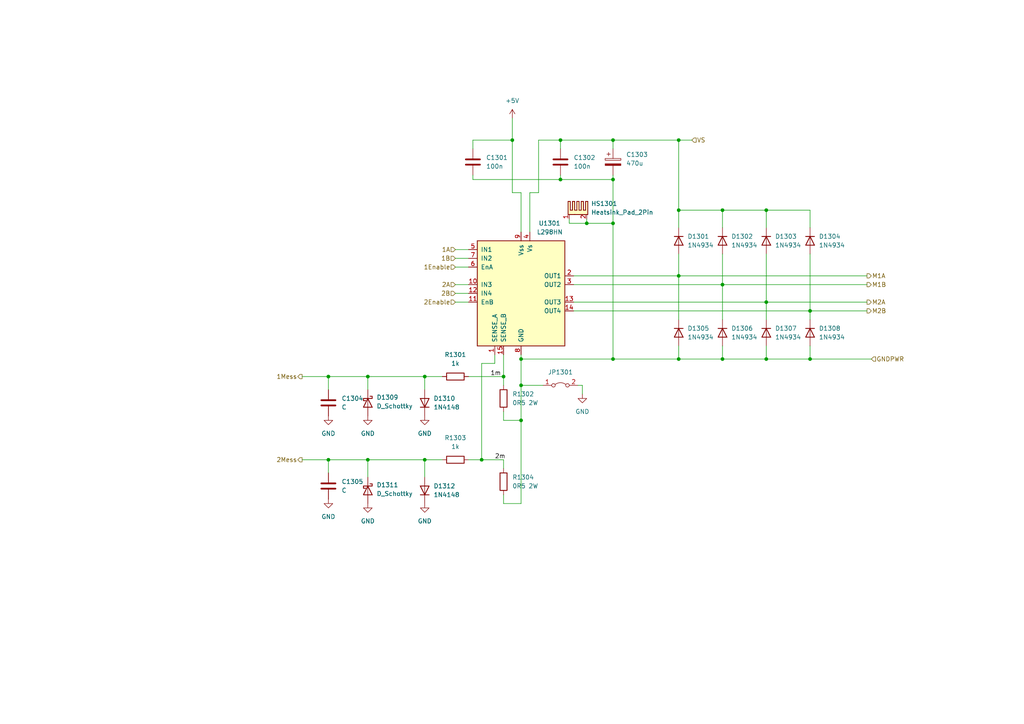
<source format=kicad_sch>
(kicad_sch (version 20211123) (generator eeschema)
  (paper "A4")
  (title_block (date "2022-03-14") (company "makerspace Bocholt"))
  (lib_symbols
    (symbol "Device:C" (pin_numbers hide) (pin_names (offset 0.254))
      (property "Reference" "C" (at 0.635 2.54 0))
      (property "Value" "C" (at 0.635 -2.54 0))
      (symbol "C_0_1"
        (polyline (pts (xy -2.032 -0.762) (xy 2.032 -0.762)) (stroke (width 0.508)))
        (polyline (pts (xy -2.032 0.762) (xy 2.032 0.762)) (stroke (width 0.508)))
      )
      (symbol "C_1_1"
        (pin passive line (at 0 3.81 270) (length 2.794) (name "~") (number "1"))
        (pin passive line (at 0 -3.81 90) (length 2.794) (name "~") (number "2"))
      )
    )
    (symbol "Device:C_Polarized" (pin_numbers hide) (pin_names (offset 0.254))
      (property "Reference" "C" (at 0.635 2.54 0))
      (property "Value" "C_Polarized" (at 0.635 -2.54 0))
      (symbol "C_Polarized_0_1"
        (rectangle (start -2.286 0.508) (end 2.286 1.016))
        (polyline (pts (xy -1.778 2.286) (xy -0.762 2.286)))
        (polyline (pts (xy -1.27 2.794) (xy -1.27 1.778)))
        (rectangle (start 2.286 -0.508) (end -2.286 -1.016) (fill (type outline)))
      )
      (symbol "C_Polarized_1_1"
        (pin passive line (at 0 3.81 270) (length 2.794) (name "~") (number "1"))
        (pin passive line (at 0 -3.81 90) (length 2.794) (name "~") (number "2"))
      )
    )
    (symbol "Device:D_Schottky" (pin_numbers hide) (pin_names (offset 1.016) hide)
      (property "Reference" "D" (at 0 2.54 0))
      (property "Value" "D_Schottky" (at 0 -2.54 0))
      (symbol "D_Schottky_0_1"
        (polyline (pts (xy 1.27 0) (xy -1.27 0)))
        (polyline (pts (xy 1.27 1.27) (xy 1.27 -1.27) (xy -1.27 0) (xy 1.27 1.27)) (stroke (width 0.254)))
        (polyline (pts (xy -1.905 0.635) (xy -1.905 1.27) (xy -1.27 1.27) (xy -1.27 -1.27) (xy -0.635 -1.27) (xy -0.635 -0.635)) (stroke (width 0.254)))
      )
      (symbol "D_Schottky_1_1"
        (pin passive line (at -3.81 0 0) (length 2.54) (name "K") (number "1"))
        (pin passive line (at 3.81 0 180) (length 2.54) (name "A") (number "2"))
      )
    )
    (symbol "Device:R" (pin_numbers hide) (pin_names (offset 0))
      (property "Reference" "R" (at 2.032 0 90))
      (property "Value" "R" (at 0 0 90))
      (symbol "R_0_1"
        (rectangle (start -1.016 -2.54) (end 1.016 2.54) (stroke (width 0.254)))
      )
      (symbol "R_1_1"
        (pin passive line (at 0 3.81 270) (length 1.27) (name "~") (number "1"))
        (pin passive line (at 0 -3.81 90) (length 1.27) (name "~") (number "2"))
      )
    )
    (symbol "Diode:1N4002" (pin_numbers hide) (pin_names (offset 1.016) hide)
      (property "Reference" "D" (at 0 2.54 0))
      (property "Value" "1N4002" (at 0 -2.54 0))
      (symbol "1N4002_0_1"
        (polyline (pts (xy -1.27 1.27) (xy -1.27 -1.27)) (stroke (width 0.254)))
        (polyline (pts (xy 1.27 0) (xy -1.27 0)))
        (polyline (pts (xy 1.27 1.27) (xy 1.27 -1.27) (xy -1.27 0) (xy 1.27 1.27)) (stroke (width 0.254)))
      )
      (symbol "1N4002_1_1"
        (pin passive line (at -3.81 0 0) (length 2.54) (name "K") (number "1"))
        (pin passive line (at 3.81 0 180) (length 2.54) (name "A") (number "2"))
      )
    )
    (symbol "Diode:1N4148" (pin_numbers hide) (pin_names (offset 1.016) hide)
      (property "Reference" "D" (at 0 2.54 0))
      (property "Value" "1N4148" (at 0 -2.54 0))
      (symbol "1N4148_0_1"
        (polyline (pts (xy -1.27 1.27) (xy -1.27 -1.27)) (stroke (width 0.254)))
        (polyline (pts (xy 1.27 0) (xy -1.27 0)))
        (polyline (pts (xy 1.27 1.27) (xy 1.27 -1.27) (xy -1.27 0) (xy 1.27 1.27)) (stroke (width 0.254)))
      )
      (symbol "1N4148_1_1"
        (pin passive line (at -3.81 0 0) (length 2.54) (name "K") (number "1"))
        (pin passive line (at 3.81 0 180) (length 2.54) (name "A") (number "2"))
      )
    )
    (symbol "Driver_Motor:L298HN" (pin_names (offset 1.016))
      (property "Reference" "U" (at -10.16 16.51 0))
      (property "Value" "L298HN" (at 12.7 16.51 0))
      (symbol "L298HN_0_1"
        (rectangle (start -12.7 15.24) (end 12.7 -15.24) (stroke (width 0.254)) (fill (type background)))
      )
      (symbol "L298HN_1_1"
        (pin power_in line (at -7.62 -17.78 90) (length 2.54) (name "SENSE_A") (number "1"))
        (pin input line (at -15.24 2.54 0) (length 2.54) (name "IN3") (number "10"))
        (pin input line (at -15.24 -2.54 0) (length 2.54) (name "EnB") (number "11"))
        (pin input line (at -15.24 0 0) (length 2.54) (name "IN4") (number "12"))
        (pin output line (at 15.24 -2.54 180) (length 2.54) (name "OUT3") (number "13"))
        (pin output line (at 15.24 -5.08 180) (length 2.54) (name "OUT4") (number "14"))
        (pin power_in line (at -5.08 -17.78 90) (length 2.54) (name "SENSE_B") (number "15"))
        (pin output line (at 15.24 5.08 180) (length 2.54) (name "OUT1") (number "2"))
        (pin output line (at 15.24 2.54 180) (length 2.54) (name "OUT2") (number "3"))
        (pin power_in line (at 2.54 17.78 270) (length 2.54) (name "Vs") (number "4"))
        (pin input line (at -15.24 12.7 0) (length 2.54) (name "IN1") (number "5"))
        (pin input line (at -15.24 7.62 0) (length 2.54) (name "EnA") (number "6"))
        (pin input line (at -15.24 10.16 0) (length 2.54) (name "IN2") (number "7"))
        (pin power_in line (at 0 -17.78 90) (length 2.54) (name "GND") (number "8"))
        (pin power_in line (at 0 17.78 270) (length 2.54) (name "Vss") (number "9"))
      )
    )
    (symbol "Jumper:Jumper_2_Bridged" (pin_names (offset 0) hide)
      (property "Reference" "JP" (at 0 1.905 0))
      (property "Value" "Jumper_2_Bridged" (at 0 -2.54 0))
      (symbol "Jumper_2_Bridged_0_0"
        (circle (center -2.032 0) (radius 0.508))
        (circle (center 2.032 0) (radius 0.508))
      )
      (symbol "Jumper_2_Bridged_0_1"
        (arc (start 1.524 0.254) (mid 0 0.762) (end -1.524 0.254))
      )
      (symbol "Jumper_2_Bridged_1_1"
        (pin passive line (at -5.08 0 0) (length 2.54) (name "A") (number "1"))
        (pin passive line (at 5.08 0 180) (length 2.54) (name "B") (number "2"))
      )
    )
    (symbol "Mechanical:Heatsink_Pad_2Pin" (pin_names (offset 0))
      (property "Reference" "HS" (at 0 5.715 0))
      (property "Value" "Heatsink_Pad_2Pin" (at 0 3.81 0))
      (symbol "Heatsink_Pad_2Pin_0_1"
        (polyline (pts (xy -0.3302 0) (xy -0.9652 0) (xy -0.9652 2.54) (xy -1.6002 2.54) (xy -1.6002 0) (xy -2.2352 0) (xy -2.2352 2.54) (xy -2.8702 2.54) (xy -2.8702 -1.27) (xy -0.9652 -1.27)) (stroke (width 0.254)) (fill (type background)))
        (polyline (pts (xy -0.3302 0) (xy -0.3302 2.54) (xy 0.3048 2.54) (xy 0.3048 0) (xy 0.9398 0) (xy 0.9398 2.54) (xy 1.5748 2.54) (xy 1.5748 0) (xy 2.2098 0) (xy 2.2098 2.54) (xy 2.8448 2.54) (xy 2.8448 -1.27) (xy -0.9652 -1.27)) (stroke (width 0.254)) (fill (type background)))
      )
      (symbol "Heatsink_Pad_2Pin_1_1"
        (pin passive line (at -2.54 -2.54 90) (length 1.27) (name "~") (number "1"))
        (pin passive line (at 2.54 -2.54 90) (length 1.27) (name "~") (number "2"))
      )
    )
    (symbol "power:+5V" (power) (pin_names (offset 0))
      (property "Value" "+5V" (at 0 3.556 0))
      (symbol "+5V_0_1"
        (polyline (pts (xy -0.762 1.27) (xy 0 2.54)))
        (polyline (pts (xy 0 0) (xy 0 2.54)))
        (polyline (pts (xy 0 2.54) (xy 0.762 1.27)))
      )
      (symbol "+5V_1_1"
        (pin power_in line (at 0 0 90) (length 0) hide (name "+5V") (number "1"))
      )
    )
    (symbol "power:GND" (power) (pin_names (offset 0))
      (property "Value" "GND" (at 0 -3.81 0))
      (symbol "GND_0_1"
        (polyline (pts (xy 0 0) (xy 0 -1.27) (xy 1.27 -1.27) (xy 0 -2.54) (xy -1.27 -1.27) (xy 0 -1.27)))
      )
      (symbol "GND_1_1"
        (pin power_in line (at 0 0 270) (length 0) hide (name "GND") (number "1"))
      )
    )
  )
  (junction (at 177.8 64.77))
  (junction (at 170.18 64.77))
  (junction (at 177.8 104.14))
  (junction (at 196.85 40.64))
  (junction (at 209.55 104.14))
  (junction (at 177.8 52.07))
  (junction (at 209.55 60.96))
  (junction (at 234.95 104.14))
  (junction (at 95.25 133.35))
  (junction (at 106.68 133.35))
  (junction (at 95.25 109.22))
  (junction (at 196.85 60.96))
  (junction (at 139.7 133.35))
  (junction (at 222.25 60.96))
  (junction (at 123.19 133.35))
  (junction (at 162.56 40.64))
  (junction (at 177.8 40.64))
  (junction (at 106.68 109.22))
  (junction (at 151.13 111.76))
  (junction (at 151.13 121.92))
  (junction (at 162.56 52.07))
  (junction (at 209.55 82.55))
  (junction (at 222.25 87.63))
  (junction (at 234.95 90.17))
  (junction (at 196.85 80.01))
  (junction (at 148.59 40.64))
  (junction (at 222.25 104.14))
  (junction (at 196.85 104.14))
  (junction (at 146.05 109.22))
  (junction (at 123.19 109.22))
  (junction (at 151.13 104.14))
  (wire (pts (xy 156.21 40.64) (xy 162.56 40.64)))
  (wire (pts (xy 106.68 133.35) (xy 106.68 138.43)))
  (wire (pts (xy 123.19 109.22) (xy 123.19 113.03)))
  (wire (pts (xy 222.25 100.33) (xy 222.25 104.14)))
  (wire (pts (xy 234.95 92.71) (xy 234.95 90.17)))
  (wire (pts (xy 177.8 43.18) (xy 177.8 40.64)))
  (wire (pts (xy 132.08 87.63) (xy 135.89 87.63)))
  (wire (pts (xy 151.13 104.14) (xy 177.8 104.14)))
  (wire (pts (xy 123.19 133.35) (xy 123.19 138.43)))
  (wire (pts (xy 170.18 63.5) (xy 170.18 64.77)))
  (wire (pts (xy 209.55 100.33) (xy 209.55 104.14)))
  (wire (pts (xy 222.25 73.66) (xy 222.25 87.63)))
  (wire (pts (xy 132.08 72.39) (xy 135.89 72.39)))
  (wire (pts (xy 139.7 133.35) (xy 146.05 133.35)))
  (wire (pts (xy 146.05 121.92) (xy 151.13 121.92)))
  (wire (pts (xy 209.55 104.14) (xy 222.25 104.14)))
  (wire (pts (xy 234.95 66.04) (xy 234.95 60.96)))
  (wire (pts (xy 166.37 82.55) (xy 209.55 82.55)))
  (wire (pts (xy 146.05 135.89) (xy 146.05 133.35)))
  (wire (pts (xy 166.37 87.63) (xy 222.25 87.63)))
  (wire (pts (xy 156.21 55.88) (xy 156.21 40.64)))
  (wire (pts (xy 146.05 109.22) (xy 146.05 111.76)))
  (wire (pts (xy 146.05 102.87) (xy 146.05 109.22)))
  (wire (pts (xy 222.25 87.63) (xy 251.46 87.63)))
  (wire (pts (xy 151.13 104.14) (xy 151.13 111.76)))
  (wire (pts (xy 137.16 52.07) (xy 137.16 50.8)))
  (wire (pts (xy 162.56 52.07) (xy 177.8 52.07)))
  (wire (pts (xy 165.1 63.5) (xy 165.1 64.77)))
  (wire (pts (xy 234.95 90.17) (xy 234.95 73.66)))
  (wire (pts (xy 151.13 102.87) (xy 151.13 104.14)))
  (wire (pts (xy 132.08 77.47) (xy 135.89 77.47)))
  (wire (pts (xy 123.19 133.35) (xy 106.68 133.35)))
  (wire (pts (xy 132.08 74.93) (xy 135.89 74.93)))
  (wire (pts (xy 222.25 60.96) (xy 222.25 66.04)))
  (wire (pts (xy 87.63 133.35) (xy 95.25 133.35)))
  (wire (pts (xy 196.85 104.14) (xy 209.55 104.14)))
  (wire (pts (xy 209.55 82.55) (xy 251.46 82.55)))
  (wire (pts (xy 135.89 109.22) (xy 146.05 109.22)))
  (wire (pts (xy 166.37 80.01) (xy 196.85 80.01)))
  (wire (pts (xy 234.95 104.14) (xy 234.95 100.33)))
  (wire (pts (xy 151.13 146.05) (xy 146.05 146.05)))
  (wire (pts (xy 95.25 109.22) (xy 106.68 109.22)))
  (wire (pts (xy 139.7 105.41) (xy 143.51 105.41)))
  (wire (pts (xy 148.59 34.29) (xy 148.59 40.64)))
  (wire (pts (xy 162.56 40.64) (xy 162.56 43.18)))
  (wire (pts (xy 166.37 90.17) (xy 234.95 90.17)))
  (wire (pts (xy 151.13 55.88) (xy 151.13 67.31)))
  (wire (pts (xy 196.85 60.96) (xy 209.55 60.96)))
  (wire (pts (xy 170.18 64.77) (xy 177.8 64.77)))
  (wire (pts (xy 222.25 104.14) (xy 234.95 104.14)))
  (wire (pts (xy 95.25 109.22) (xy 95.25 113.03)))
  (wire (pts (xy 222.25 60.96) (xy 234.95 60.96)))
  (wire (pts (xy 132.08 85.09) (xy 135.89 85.09)))
  (wire (pts (xy 196.85 73.66) (xy 196.85 80.01)))
  (wire (pts (xy 209.55 60.96) (xy 222.25 60.96)))
  (wire (pts (xy 153.67 55.88) (xy 156.21 55.88)))
  (wire (pts (xy 222.25 87.63) (xy 222.25 92.71)))
  (wire (pts (xy 139.7 105.41) (xy 139.7 133.35)))
  (wire (pts (xy 209.55 60.96) (xy 209.55 66.04)))
  (wire (pts (xy 148.59 55.88) (xy 151.13 55.88)))
  (wire (pts (xy 146.05 119.38) (xy 146.05 121.92)))
  (wire (pts (xy 196.85 80.01) (xy 251.46 80.01)))
  (wire (pts (xy 132.08 82.55) (xy 135.89 82.55)))
  (wire (pts (xy 196.85 40.64) (xy 200.66 40.64)))
  (wire (pts (xy 168.91 114.3) (xy 168.91 111.76)))
  (wire (pts (xy 177.8 50.8) (xy 177.8 52.07)))
  (wire (pts (xy 153.67 67.31) (xy 153.67 55.88)))
  (wire (pts (xy 162.56 40.64) (xy 177.8 40.64)))
  (wire (pts (xy 128.27 133.35) (xy 123.19 133.35)))
  (wire (pts (xy 162.56 52.07) (xy 137.16 52.07)))
  (wire (pts (xy 196.85 100.33) (xy 196.85 104.14)))
  (wire (pts (xy 168.91 111.76) (xy 167.64 111.76)))
  (wire (pts (xy 151.13 121.92) (xy 151.13 146.05)))
  (wire (pts (xy 123.19 109.22) (xy 128.27 109.22)))
  (wire (pts (xy 151.13 111.76) (xy 151.13 121.92)))
  (wire (pts (xy 234.95 90.17) (xy 251.46 90.17)))
  (wire (pts (xy 165.1 64.77) (xy 170.18 64.77)))
  (wire (pts (xy 209.55 82.55) (xy 209.55 92.71)))
  (wire (pts (xy 177.8 64.77) (xy 177.8 104.14)))
  (wire (pts (xy 177.8 52.07) (xy 177.8 64.77)))
  (wire (pts (xy 196.85 40.64) (xy 196.85 60.96)))
  (wire (pts (xy 137.16 40.64) (xy 148.59 40.64)))
  (wire (pts (xy 177.8 40.64) (xy 196.85 40.64)))
  (wire (pts (xy 151.13 111.76) (xy 157.48 111.76)))
  (wire (pts (xy 95.25 133.35) (xy 106.68 133.35)))
  (wire (pts (xy 162.56 50.8) (xy 162.56 52.07)))
  (wire (pts (xy 148.59 40.64) (xy 148.59 55.88)))
  (wire (pts (xy 209.55 73.66) (xy 209.55 82.55)))
  (wire (pts (xy 95.25 133.35) (xy 95.25 137.16)))
  (wire (pts (xy 196.85 60.96) (xy 196.85 66.04)))
  (wire (pts (xy 146.05 146.05) (xy 146.05 143.51)))
  (wire (pts (xy 135.89 133.35) (xy 139.7 133.35)))
  (wire (pts (xy 87.63 109.22) (xy 95.25 109.22)))
  (wire (pts (xy 196.85 80.01) (xy 196.85 92.71)))
  (wire (pts (xy 234.95 104.14) (xy 252.73 104.14)))
  (wire (pts (xy 137.16 43.18) (xy 137.16 40.64)))
  (wire (pts (xy 177.8 104.14) (xy 196.85 104.14)))
  (wire (pts (xy 106.68 113.03) (xy 106.68 109.22)))
  (wire (pts (xy 143.51 105.41) (xy 143.51 102.87)))
  (wire (pts (xy 106.68 109.22) (xy 123.19 109.22)))
  (label "2m" (at 143.51 133.35 0))
  (label "1m" (at 142.24 109.22 0))
  (hierarchical_label "M1A" (shape output) (at 251.46 80.01 0))
  (hierarchical_label "2A" (shape input) (at 132.08 82.55 180))
  (hierarchical_label "1Enable" (shape input) (at 132.08 77.47 180))
  (hierarchical_label "2Mess" (shape output) (at 87.63 133.35 180))
  (hierarchical_label "1B" (shape input) (at 132.08 74.93 180))
  (hierarchical_label "1Mess" (shape output) (at 87.63 109.22 180))
  (hierarchical_label "M1B" (shape output) (at 251.46 82.55 0))
  (hierarchical_label "VS" (shape input) (at 200.66 40.64 0))
  (hierarchical_label "2Enable" (shape input) (at 132.08 87.63 180))
  (hierarchical_label "M2A" (shape output) (at 251.46 87.63 0))
  (hierarchical_label "1A" (shape input) (at 132.08 72.39 180))
  (hierarchical_label "M2B" (shape output) (at 251.46 90.17 0))
  (hierarchical_label "GNDPWR" (shape input) (at 252.73 104.14 0))
  (hierarchical_label "2B" (shape input) (at 132.08 85.09 180))
  (symbol (lib_id "Diode:1N4002") (at 222.25 96.52 270) (unit 1)
    (property "Reference" "D1307" (at 224.79 95.2499 90) (effects (justify left)))
    (property "Value" "1N4934" (at 224.79 97.7899 90) (effects (justify left)))
    (property "Footprint" "Diode_THT:D_DO-41_SOD81_P10.16mm_Horizontal" (effects hide))
    (property "Datasheet" "http://www.vishay.com/docs/88503/1n4001.pdf" (effects hide))
  )
  (symbol (lib_id "Jumper:Jumper_2_Bridged") (at 162.56 111.76 0) (unit 1)
    (property "Reference" "JP1301" (at 162.56 107.95 0))
    (property "Value" "Jumper_2_Bridged" (effects hide))
    (property "Footprint" "Jumper:SolderJumper-2_P1.3mm_Bridged2Bar_Pad1.0x1.5mm" (effects hide))
  )
  (symbol (lib_id "Diode:1N4002") (at 222.25 69.85 270) (unit 1)
    (property "Reference" "D1303" (at 224.79 68.5799 90) (effects (justify left)))
    (property "Value" "1N4934" (at 224.79 71.1199 90) (effects (justify left)))
    (property "Footprint" "Diode_THT:D_DO-41_SOD81_P12.70mm_Horizontal" (effects hide))
    (property "Datasheet" "http://www.vishay.com/docs/88503/1n4001.pdf" (effects hide))
  )
  (symbol (lib_id "Device:R") (at 132.08 109.22 90) (unit 1)
    (property "Reference" "R1301" (at 132.08 102.87 90))
    (property "Value" "1k" (at 132.08 105.41 90))
  )
  (symbol (lib_id "Device:C") (at 162.56 46.99 0) (unit 1)
    (property "Reference" "C1302" (at 166.37 45.7199 0) (effects (justify left)))
    (property "Value" "100n" (at 166.37 48.2599 0) (effects (justify left)))
    (property "Footprint" "Capacitor_THT:C_Disc_D6.0mm_W2.5mm_P5.00mm" (effects hide))
  )
  (symbol (lib_id "Diode:1N4148") (at 123.19 116.84 90) (unit 1)
    (property "Reference" "D1310" (at 125.73 115.5699 90) (effects (justify right)))
    (property "Value" "1N4148" (at 125.73 118.1099 90) (effects (justify right)))
    (property "Footprint" "Diode_THT:D_DO-35_SOD27_P7.62mm_Horizontal" (effects hide))
    (property "Datasheet" "https://assets.nexperia.com/documents/data-sheet/1N4148_1N4448.pdf" (effects hide))
  )
  (symbol (lib_id "Diode:1N4002") (at 209.55 69.85 270) (unit 1)
    (property "Reference" "D1302" (at 212.09 68.5799 90) (effects (justify left)))
    (property "Value" "1N4934" (at 212.09 71.1199 90) (effects (justify left)))
    (property "Footprint" "Diode_THT:D_DO-41_SOD81_P10.16mm_Horizontal" (effects hide))
    (property "Datasheet" "http://www.vishay.com/docs/88503/1n4001.pdf" (effects hide))
  )
  (symbol (lib_id "Diode:1N4002") (at 196.85 96.52 270) (unit 1)
    (property "Reference" "D1305" (at 199.39 95.2499 90) (effects (justify left)))
    (property "Value" "1N4934" (at 199.39 97.7899 90) (effects (justify left)))
    (property "Footprint" "Diode_THT:D_DO-41_SOD81_P10.16mm_Horizontal" (effects hide))
    (property "Datasheet" "http://www.vishay.com/docs/88503/1n4001.pdf" (effects hide))
  )
  (symbol (lib_id "Device:D_Schottky") (at 106.68 142.24 270) (unit 1)
    (property "Reference" "D1311" (at 109.22 140.6524 90) (effects (justify left)))
    (property "Value" "D_Schottky" (at 109.22 143.1924 90) (effects (justify left)))
  )
  (symbol (lib_id "Device:R") (at 146.05 139.7 0) (unit 1)
    (property "Reference" "R1304" (at 148.59 138.4299 0) (effects (justify left)))
    (property "Value" "0R5 2W" (at 148.59 140.9699 0) (effects (justify left)))
    (property "Footprint" "Resistor_THT:R_Axial_DIN0516_L15.5mm_D5.0mm_P7.62mm_Vertical" (effects hide))
  )
  (symbol (lib_id "Device:C") (at 95.25 140.97 0) (unit 1)
    (property "Reference" "C1305" (at 99.06 139.6999 0) (effects (justify left)))
    (property "Value" "C" (at 99.06 142.2399 0) (effects (justify left)))
    (property "Footprint" "Capacitor_THT:C_Disc_D6.0mm_W2.5mm_P5.00mm" (effects hide))
  )
  (symbol (lib_id "Diode:1N4002") (at 234.95 96.52 270) (unit 1)
    (property "Reference" "D1308" (at 237.49 95.2499 90) (effects (justify left)))
    (property "Value" "1N4934" (at 237.49 97.7899 90) (effects (justify left)))
    (property "Footprint" "Diode_THT:D_DO-41_SOD81_P10.16mm_Horizontal" (effects hide))
    (property "Datasheet" "http://www.vishay.com/docs/88503/1n4001.pdf" (effects hide))
  )
  (symbol (lib_id "power:GND") (at 168.91 114.3 0) (unit 1)
    (property "Reference" "#PWR01302" (effects hide))
    (property "Value" "GND" (at 168.91 119.38 0))
  )
  (symbol (lib_id "Diode:1N4002") (at 196.85 69.85 270) (unit 1)
    (property "Reference" "D1301" (at 199.39 68.5799 90) (effects (justify left)))
    (property "Value" "1N4934" (at 199.39 71.1199 90) (effects (justify left)))
    (property "Footprint" "Diode_THT:D_DO-41_SOD81_P10.16mm_Horizontal" (effects hide))
    (property "Datasheet" "http://www.vishay.com/docs/88503/1n4001.pdf" (effects hide))
  )
  (symbol (lib_id "Device:R") (at 146.05 115.57 0) (unit 1)
    (property "Reference" "R1302" (at 148.59 114.2999 0) (effects (justify left)))
    (property "Value" "0R5 2W" (at 148.59 116.8399 0) (effects (justify left)))
    (property "Footprint" "Resistor_THT:R_Axial_DIN0516_L15.5mm_D5.0mm_P7.62mm_Vertical" (effects hide))
  )
  (symbol (lib_id "power:GND") (at 106.68 120.65 0) (unit 1)
    (property "Reference" "#PWR01304" (effects hide))
    (property "Value" "GND" (at 106.68 125.73 0))
  )
  (symbol (lib_id "power:GND") (at 95.25 144.78 0) (unit 1)
    (property "Reference" "#PWR01306" (effects hide))
    (property "Value" "GND" (at 95.25 149.86 0))
  )
  (symbol (lib_id "power:GND") (at 95.25 120.65 0) (unit 1)
    (property "Reference" "#PWR01303" (effects hide))
    (property "Value" "GND" (at 95.25 125.73 0))
  )
  (symbol (lib_id "Driver_Motor:L298HN") (at 151.13 85.09 0) (unit 1)
    (property "Reference" "U1301" (at 156.21 64.77 0) (effects (justify left)))
    (property "Value" "L298HN" (at 155.6894 67.31 0) (effects (justify left)))
    (property "Footprint" "Package_TO_SOT_THT:TO-220-15_P2.54x2.54mm_StaggerOdd_Lead4.58mm_Vertical" (effects hide))
    (property "Datasheet" "http://www.st.com/st-web-ui/static/active/en/resource/technical/document/datasheet/CD00000240.pdf" (effects hide))
  )
  (symbol (lib_id "Diode:1N4148") (at 123.19 142.24 90) (unit 1)
    (property "Reference" "D1312" (at 125.73 140.9699 90) (effects (justify right)))
    (property "Value" "1N4148" (at 125.73 143.5099 90) (effects (justify right)))
    (property "Footprint" "Diode_THT:D_DO-35_SOD27_P7.62mm_Horizontal" (effects hide))
    (property "Datasheet" "https://assets.nexperia.com/documents/data-sheet/1N4148_1N4448.pdf" (effects hide))
  )
  (symbol (lib_id "Diode:1N4002") (at 209.55 96.52 270) (unit 1)
    (property "Reference" "D1306" (at 212.09 95.2499 90) (effects (justify left)))
    (property "Value" "1N4934" (at 212.09 97.7899 90) (effects (justify left)))
    (property "Footprint" "Diode_THT:D_DO-41_SOD81_P12.70mm_Horizontal" (effects hide))
    (property "Datasheet" "http://www.vishay.com/docs/88503/1n4001.pdf" (effects hide))
  )
  (symbol (lib_id "power:GND") (at 106.68 146.05 0) (unit 1)
    (property "Reference" "#PWR01307" (effects hide))
    (property "Value" "GND" (at 106.68 151.13 0))
  )
  (symbol (lib_id "Mechanical:Heatsink_Pad_2Pin") (at 167.64 60.96 0) (unit 1)
    (property "Reference" "HS1301" (at 171.45 59.0549 0) (effects (justify left)))
    (property "Value" "Heatsink_Pad_2Pin" (at 171.45 61.5949 0) (effects (justify left)))
    (property "Footprint" "Heatsink:Heatsink_Stonecold_HS-132_32x14mm_2xFixation1.5mm" (effects hide))
  )
  (symbol (lib_id "power:GND") (at 123.19 146.05 0) (unit 1)
    (property "Reference" "#PWR01308" (effects hide))
    (property "Value" "GND" (at 123.19 151.13 0))
  )
  (symbol (lib_id "Device:D_Schottky") (at 106.68 116.84 270) (unit 1)
    (property "Reference" "D1309" (at 109.22 115.2524 90) (effects (justify left)))
    (property "Value" "D_Schottky" (at 109.22 117.7924 90) (effects (justify left)))
  )
  (symbol (lib_id "power:GND") (at 123.19 120.65 0) (unit 1)
    (property "Reference" "#PWR01305" (effects hide))
    (property "Value" "GND" (at 123.19 125.73 0))
  )
  (symbol (lib_id "Device:C") (at 95.25 116.84 0) (unit 1)
    (property "Reference" "C1304" (at 99.06 115.5699 0) (effects (justify left)))
    (property "Value" "C" (at 99.06 118.1099 0) (effects (justify left)))
    (property "Footprint" "Capacitor_THT:C_Disc_D6.0mm_W2.5mm_P5.00mm" (effects hide))
  )
  (symbol (lib_id "Device:C_Polarized") (at 177.8 46.99 0) (unit 1)
    (property "Reference" "C1303" (at 181.61 44.8309 0) (effects (justify left)))
    (property "Value" "470u" (at 181.61 47.3709 0) (effects (justify left)))
  )
  (symbol (lib_id "Device:R") (at 132.08 133.35 90) (unit 1)
    (property "Reference" "R1303" (at 132.08 127 90))
    (property "Value" "1k" (at 132.08 129.54 90))
  )
  (symbol (lib_id "power:+5V") (at 148.59 34.29 0) (unit 1)
    (property "Reference" "#PWR01301" (effects hide))
    (property "Value" "+5V" (at 148.59 29.21 0))
  )
  (symbol (lib_id "Device:C") (at 137.16 46.99 0) (unit 1)
    (property "Reference" "C1301" (at 140.97 45.7199 0) (effects (justify left)))
    (property "Value" "100n" (at 140.97 48.2599 0) (effects (justify left)))
    (property "Footprint" "Capacitor_THT:C_Disc_D6.0mm_W2.5mm_P5.00mm" (effects hide))
  )
  (symbol (lib_id "Diode:1N4002") (at 234.95 69.85 270) (unit 1)
    (property "Reference" "D1304" (at 237.49 68.5799 90) (effects (justify left)))
    (property "Value" "1N4934" (at 237.49 71.1199 90) (effects (justify left)))
    (property "Footprint" "Diode_THT:D_DO-41_SOD81_P10.16mm_Horizontal" (effects hide))
    (property "Datasheet" "http://www.vishay.com/docs/88503/1n4001.pdf" (effects hide))
  )
)
</source>
